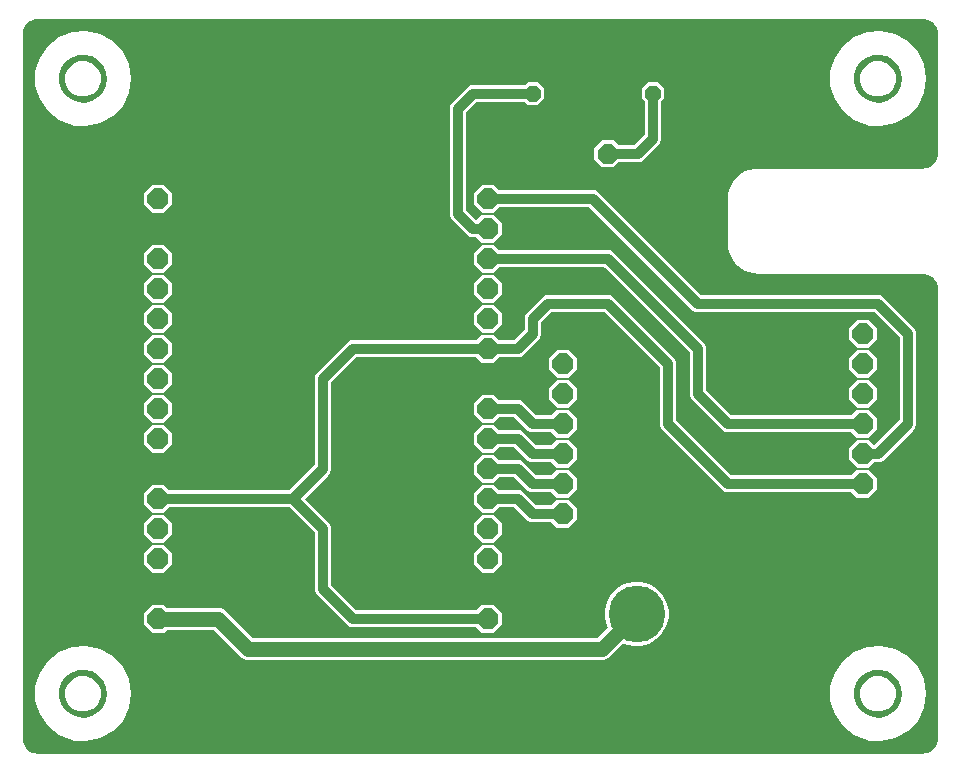
<source format=gbr>
G04 EAGLE Gerber RS-274X export*
G75*
%MOMM*%
%FSLAX34Y34*%
%LPD*%
%INBottom Copper*%
%IPPOS*%
%AMOC8*
5,1,8,0,0,1.08239X$1,22.5*%
G01*
%ADD10P,1.924489X8X22.500000*%
%ADD11P,1.924489X8X202.500000*%
%ADD12C,4.800000*%
%ADD13P,1.814519X8X202.500000*%
%ADD14P,1.429621X8X202.500000*%
%ADD15C,1.270000*%
%ADD16C,0.812800*%

G36*
X762000Y-5D02*
X762000Y-5D01*
X764206Y188D01*
X764207Y188D01*
X766345Y761D01*
X766345Y762D01*
X766346Y761D01*
X768352Y1697D01*
X768352Y1698D01*
X768353Y1697D01*
X770166Y2967D01*
X770166Y2968D01*
X770167Y2968D01*
X771732Y4533D01*
X771732Y4534D01*
X771733Y4534D01*
X773003Y6347D01*
X773003Y6348D01*
X773939Y8354D01*
X773938Y8355D01*
X773939Y8355D01*
X774512Y10493D01*
X774512Y10494D01*
X774522Y10613D01*
X774527Y10667D01*
X774552Y10946D01*
X774556Y11000D01*
X774585Y11333D01*
X774590Y11388D01*
X774615Y11666D01*
X774619Y11721D01*
X774648Y12054D01*
X774653Y12108D01*
X774682Y12441D01*
X774705Y12700D01*
X774705Y393700D01*
X774512Y395906D01*
X774512Y395907D01*
X773939Y398045D01*
X773938Y398045D01*
X773939Y398046D01*
X773003Y400052D01*
X773003Y400053D01*
X771733Y401866D01*
X771732Y401866D01*
X771732Y401867D01*
X770167Y403432D01*
X770166Y403432D01*
X770166Y403433D01*
X768353Y404703D01*
X768352Y404703D01*
X766346Y405639D01*
X766345Y405638D01*
X766345Y405639D01*
X764207Y406212D01*
X764206Y406212D01*
X762000Y406405D01*
X622300Y406405D01*
X622244Y406409D01*
X622175Y406414D01*
X622105Y406419D01*
X622036Y406424D01*
X621966Y406429D01*
X621897Y406434D01*
X621827Y406439D01*
X621758Y406444D01*
X621688Y406449D01*
X621619Y406454D01*
X621549Y406459D01*
X621480Y406464D01*
X621410Y406469D01*
X621341Y406474D01*
X621271Y406479D01*
X621202Y406484D01*
X621132Y406489D01*
X621063Y406493D01*
X620994Y406498D01*
X620993Y406498D01*
X620924Y406503D01*
X620855Y406508D01*
X620785Y406513D01*
X620716Y406518D01*
X620646Y406523D01*
X620577Y406528D01*
X620507Y406533D01*
X620438Y406538D01*
X620368Y406543D01*
X620299Y406548D01*
X620229Y406553D01*
X620160Y406558D01*
X620090Y406563D01*
X620021Y406568D01*
X619951Y406573D01*
X619882Y406578D01*
X619812Y406583D01*
X619743Y406588D01*
X619674Y406593D01*
X619673Y406593D01*
X619604Y406598D01*
X619535Y406603D01*
X619465Y406608D01*
X619396Y406613D01*
X619326Y406618D01*
X619257Y406623D01*
X619187Y406628D01*
X619118Y406633D01*
X619048Y406638D01*
X618979Y406643D01*
X618909Y406648D01*
X618840Y406652D01*
X618770Y406657D01*
X618701Y406662D01*
X618686Y406663D01*
X615145Y407434D01*
X611751Y408700D01*
X608571Y410436D01*
X605670Y412608D01*
X603108Y415170D01*
X600936Y418071D01*
X599200Y421251D01*
X597934Y424645D01*
X597163Y428186D01*
X596905Y431800D01*
X596905Y469900D01*
X596907Y469924D01*
X596910Y469964D01*
X596912Y470003D01*
X596913Y470018D01*
X596916Y470058D01*
X596919Y470098D01*
X596922Y470138D01*
X596925Y470177D01*
X596926Y470192D01*
X596928Y470217D01*
X596929Y470232D01*
X596932Y470272D01*
X596934Y470311D01*
X596937Y470351D01*
X596940Y470391D01*
X596941Y470406D01*
X596944Y470446D01*
X596947Y470485D01*
X596950Y470525D01*
X596953Y470565D01*
X596954Y470580D01*
X596956Y470619D01*
X596956Y470620D01*
X596959Y470659D01*
X596962Y470699D01*
X596965Y470739D01*
X596966Y470754D01*
X596969Y470793D01*
X596972Y470833D01*
X596975Y470873D01*
X596977Y470913D01*
X596980Y470952D01*
X596981Y470967D01*
X596984Y471007D01*
X596987Y471047D01*
X596990Y471087D01*
X596993Y471126D01*
X596994Y471141D01*
X596997Y471181D01*
X596999Y471221D01*
X597002Y471260D01*
X597002Y471261D01*
X597005Y471300D01*
X597006Y471315D01*
X597009Y471355D01*
X597012Y471395D01*
X597015Y471434D01*
X597018Y471474D01*
X597020Y471514D01*
X597021Y471529D01*
X597022Y471529D01*
X597024Y471569D01*
X597027Y471608D01*
X597030Y471648D01*
X597033Y471688D01*
X597034Y471703D01*
X597037Y471742D01*
X597040Y471782D01*
X597042Y471822D01*
X597045Y471862D01*
X597046Y471877D01*
X597049Y471916D01*
X597052Y471956D01*
X597055Y471996D01*
X597058Y472036D01*
X597061Y472075D01*
X597062Y472090D01*
X597064Y472130D01*
X597065Y472130D01*
X597064Y472130D01*
X597067Y472170D01*
X597070Y472209D01*
X597070Y472210D01*
X597073Y472249D01*
X597074Y472264D01*
X597077Y472304D01*
X597080Y472344D01*
X597083Y472383D01*
X597085Y472423D01*
X597087Y472438D01*
X597089Y472478D01*
X597092Y472518D01*
X597095Y472557D01*
X597098Y472597D01*
X597101Y472637D01*
X597102Y472652D01*
X597105Y472691D01*
X597105Y472692D01*
X597107Y472731D01*
X597108Y472731D01*
X597107Y472731D01*
X597110Y472771D01*
X597113Y472811D01*
X597114Y472826D01*
X597117Y472865D01*
X597120Y472905D01*
X597123Y472945D01*
X597126Y472985D01*
X597127Y473000D01*
X597130Y473039D01*
X597132Y473079D01*
X597135Y473119D01*
X597138Y473159D01*
X597141Y473198D01*
X597142Y473213D01*
X597145Y473253D01*
X597148Y473293D01*
X597150Y473332D01*
X597151Y473332D01*
X597150Y473332D01*
X597153Y473372D01*
X597154Y473387D01*
X597157Y473427D01*
X597160Y473467D01*
X597163Y473506D01*
X597163Y473514D01*
X597934Y477055D01*
X599200Y480449D01*
X600936Y483629D01*
X603108Y486530D01*
X605670Y489092D01*
X608571Y491264D01*
X611751Y493000D01*
X615145Y494266D01*
X618686Y495037D01*
X622300Y495295D01*
X762000Y495295D01*
X764206Y495488D01*
X764207Y495488D01*
X766345Y496061D01*
X766345Y496062D01*
X766346Y496061D01*
X768352Y496997D01*
X768352Y496998D01*
X768353Y496997D01*
X770166Y498267D01*
X770166Y498268D01*
X770167Y498268D01*
X771732Y499833D01*
X771732Y499834D01*
X771733Y499834D01*
X773003Y501647D01*
X773003Y501648D01*
X773939Y503654D01*
X773938Y503655D01*
X773939Y503655D01*
X774512Y505793D01*
X774512Y505794D01*
X774516Y505843D01*
X774521Y505898D01*
X774550Y506231D01*
X774555Y506285D01*
X774579Y506563D01*
X774584Y506618D01*
X774613Y506951D01*
X774618Y507006D01*
X774647Y507339D01*
X774676Y507671D01*
X774676Y507672D01*
X774681Y507726D01*
X774705Y508000D01*
X774705Y609600D01*
X774512Y611806D01*
X774512Y611807D01*
X773939Y613945D01*
X773938Y613945D01*
X773939Y613946D01*
X773003Y615952D01*
X773003Y615953D01*
X771733Y617766D01*
X771732Y617766D01*
X771732Y617767D01*
X770167Y619332D01*
X770166Y619332D01*
X770166Y619333D01*
X768353Y620603D01*
X768352Y620603D01*
X766346Y621539D01*
X766345Y621538D01*
X766345Y621539D01*
X764207Y622112D01*
X764206Y622112D01*
X762000Y622305D01*
X12700Y622305D01*
X10494Y622112D01*
X10493Y622112D01*
X8355Y621539D01*
X8355Y621538D01*
X8354Y621539D01*
X6348Y620603D01*
X6347Y620603D01*
X4534Y619333D01*
X4534Y619332D01*
X4533Y619332D01*
X2968Y617767D01*
X2968Y617766D01*
X2967Y617766D01*
X1697Y615953D01*
X1697Y615952D01*
X761Y613946D01*
X762Y613945D01*
X761Y613945D01*
X188Y611807D01*
X188Y611806D01*
X159Y611480D01*
X155Y611425D01*
X126Y611092D01*
X96Y610759D01*
X92Y610705D01*
X63Y610372D01*
X33Y610039D01*
X29Y609984D01*
X-1Y609651D01*
X-5Y609600D01*
X-5Y12700D01*
X188Y10494D01*
X188Y10493D01*
X761Y8355D01*
X762Y8355D01*
X761Y8354D01*
X1697Y6348D01*
X1698Y6348D01*
X1697Y6347D01*
X2967Y4534D01*
X2968Y4534D01*
X2968Y4533D01*
X4533Y2968D01*
X4534Y2968D01*
X4534Y2967D01*
X6347Y1697D01*
X6348Y1697D01*
X8354Y761D01*
X8355Y762D01*
X8355Y761D01*
X10493Y188D01*
X10494Y188D01*
X12700Y-5D01*
X762000Y-5D01*
X762000Y-5D01*
G37*
%LPC*%
G36*
X388777Y102415D02*
X388777Y102415D01*
X383952Y107239D01*
X383950Y107240D01*
X383949Y107241D01*
X277996Y107241D01*
X275401Y108315D01*
X248015Y135701D01*
X246941Y138296D01*
X246941Y187574D01*
X246939Y187576D01*
X246939Y187577D01*
X225677Y208839D01*
X225675Y208840D01*
X225674Y208841D01*
X124051Y208841D01*
X124049Y208839D01*
X124048Y208839D01*
X119223Y204015D01*
X109377Y204015D01*
X102415Y210977D01*
X102415Y220823D01*
X109377Y227785D01*
X119223Y227785D01*
X124048Y222961D01*
X124050Y222960D01*
X124051Y222959D01*
X225674Y222959D01*
X225676Y222961D01*
X225677Y222961D01*
X246939Y244223D01*
X246940Y244225D01*
X246941Y244226D01*
X246941Y318904D01*
X248015Y321499D01*
X250002Y323485D01*
X275401Y348885D01*
X277996Y349959D01*
X383949Y349959D01*
X383951Y349961D01*
X383952Y349961D01*
X388777Y354785D01*
X398623Y354785D01*
X403448Y349961D01*
X403450Y349960D01*
X403451Y349959D01*
X416174Y349959D01*
X416176Y349961D01*
X416177Y349961D01*
X424739Y358523D01*
X424739Y358524D01*
X424740Y358525D01*
X424741Y358526D01*
X424741Y369704D01*
X425815Y372299D01*
X440501Y386985D01*
X443096Y388059D01*
X496704Y388059D01*
X499299Y386985D01*
X552085Y334199D01*
X553159Y331604D01*
X553159Y282326D01*
X553161Y282324D01*
X553161Y282323D01*
X599823Y235661D01*
X599825Y235660D01*
X599826Y235659D01*
X701449Y235659D01*
X701451Y235661D01*
X701452Y235661D01*
X706277Y240485D01*
X716123Y240485D01*
X723085Y233523D01*
X723085Y223677D01*
X716123Y216715D01*
X706277Y216715D01*
X701452Y221539D01*
X701450Y221540D01*
X701449Y221541D01*
X595496Y221541D01*
X592901Y222615D01*
X540115Y275401D01*
X539041Y277996D01*
X539041Y327274D01*
X539039Y327276D01*
X539039Y327277D01*
X492377Y373939D01*
X492375Y373940D01*
X492374Y373941D01*
X447426Y373941D01*
X447424Y373939D01*
X447423Y373939D01*
X438861Y365377D01*
X438860Y365375D01*
X438859Y365374D01*
X438859Y354196D01*
X437785Y351601D01*
X423099Y336915D01*
X420504Y335841D01*
X403451Y335841D01*
X403449Y335839D01*
X403448Y335839D01*
X398623Y331015D01*
X388777Y331015D01*
X383952Y335839D01*
X383950Y335840D01*
X383949Y335841D01*
X282326Y335841D01*
X282324Y335839D01*
X282323Y335839D01*
X261061Y314577D01*
X261060Y314575D01*
X261059Y314574D01*
X261059Y239896D01*
X259985Y237301D01*
X257998Y235315D01*
X238587Y215904D01*
X238586Y215897D01*
X238587Y215897D01*
X238587Y215896D01*
X259985Y194499D01*
X261059Y191904D01*
X261059Y142626D01*
X261061Y142624D01*
X261061Y142623D01*
X282323Y121361D01*
X282325Y121360D01*
X282326Y121359D01*
X383949Y121359D01*
X383951Y121361D01*
X383952Y121361D01*
X388777Y126185D01*
X398623Y126185D01*
X405585Y119223D01*
X405585Y109377D01*
X398623Y102415D01*
X388777Y102415D01*
G37*
%LPD*%
%LPC*%
G36*
X188641Y79555D02*
X188641Y79555D01*
X185206Y80977D01*
X161231Y104953D01*
X161228Y104954D01*
X161227Y104955D01*
X121765Y104955D01*
X121763Y104953D01*
X121762Y104953D01*
X119223Y102415D01*
X109377Y102415D01*
X102415Y109377D01*
X102415Y119223D01*
X109377Y126185D01*
X119223Y126185D01*
X121762Y123647D01*
X121764Y123646D01*
X121765Y123645D01*
X166959Y123645D01*
X170394Y122223D01*
X194369Y98247D01*
X194372Y98246D01*
X194373Y98245D01*
X486427Y98245D01*
X486429Y98247D01*
X486431Y98247D01*
X495098Y106914D01*
X495098Y106916D01*
X495099Y106917D01*
X495098Y106918D01*
X495098Y106919D01*
X495099Y106920D01*
X494544Y107880D01*
X492705Y114746D01*
X492705Y121854D01*
X494544Y128720D01*
X498098Y134875D01*
X503125Y139902D01*
X509280Y143456D01*
X516146Y145295D01*
X523254Y145295D01*
X530120Y143456D01*
X536275Y139902D01*
X541302Y134875D01*
X544856Y128720D01*
X546695Y121854D01*
X546695Y114746D01*
X544856Y107880D01*
X541302Y101725D01*
X536275Y96698D01*
X530120Y93144D01*
X523254Y91305D01*
X516146Y91305D01*
X509280Y93144D01*
X508320Y93699D01*
X508316Y93698D01*
X508314Y93698D01*
X495594Y80977D01*
X492159Y79555D01*
X188641Y79555D01*
G37*
%LPD*%
%LPC*%
G36*
X706277Y242115D02*
X706277Y242115D01*
X699315Y249077D01*
X699315Y258923D01*
X706277Y265885D01*
X716123Y265885D01*
X720948Y261061D01*
X720950Y261060D01*
X720951Y261059D01*
X720974Y261059D01*
X720976Y261061D01*
X720977Y261061D01*
X742239Y282323D01*
X742240Y282325D01*
X742241Y282326D01*
X742241Y352674D01*
X742239Y352676D01*
X742239Y352677D01*
X720977Y373939D01*
X720975Y373940D01*
X720974Y373941D01*
X570096Y373941D01*
X567501Y375015D01*
X479677Y462839D01*
X479675Y462840D01*
X479674Y462841D01*
X403451Y462841D01*
X403449Y462839D01*
X403448Y462839D01*
X398623Y458015D01*
X388777Y458015D01*
X381815Y464977D01*
X381815Y474823D01*
X388777Y481785D01*
X398623Y481785D01*
X403448Y476961D01*
X403450Y476961D01*
X403450Y476960D01*
X403451Y476959D01*
X484004Y476959D01*
X486599Y475885D01*
X574423Y388061D01*
X574425Y388060D01*
X574426Y388059D01*
X725304Y388059D01*
X727899Y386985D01*
X755285Y359599D01*
X756359Y357004D01*
X756359Y277996D01*
X755285Y275401D01*
X753298Y273415D01*
X727899Y248015D01*
X725304Y246941D01*
X720951Y246941D01*
X720949Y246939D01*
X720948Y246939D01*
X716123Y242115D01*
X706277Y242115D01*
G37*
%LPD*%
%LPC*%
G36*
X706277Y267515D02*
X706277Y267515D01*
X701452Y272339D01*
X701450Y272340D01*
X701449Y272341D01*
X595496Y272341D01*
X592901Y273415D01*
X565515Y300801D01*
X564441Y303396D01*
X564441Y339974D01*
X564439Y339976D01*
X564439Y339977D01*
X492377Y412039D01*
X492375Y412040D01*
X492374Y412041D01*
X403451Y412041D01*
X403449Y412039D01*
X403448Y412039D01*
X398623Y407215D01*
X388777Y407215D01*
X381815Y414177D01*
X381815Y424023D01*
X388777Y430985D01*
X398623Y430985D01*
X403448Y426161D01*
X403450Y426160D01*
X403451Y426160D01*
X403451Y426159D01*
X496704Y426159D01*
X499299Y425085D01*
X577485Y346899D01*
X578559Y344304D01*
X578559Y307726D01*
X578561Y307724D01*
X578561Y307723D01*
X599823Y286461D01*
X599825Y286460D01*
X599826Y286459D01*
X701449Y286459D01*
X701451Y286461D01*
X701452Y286461D01*
X706277Y291285D01*
X716123Y291285D01*
X723085Y284323D01*
X723085Y274477D01*
X716123Y267515D01*
X706277Y267515D01*
G37*
%LPD*%
%LPC*%
G36*
X726843Y530986D02*
X726843Y530986D01*
X726776Y530990D01*
X726644Y531000D01*
X726578Y531005D01*
X726511Y531010D01*
X726445Y531015D01*
X726379Y531020D01*
X726312Y531025D01*
X726246Y531030D01*
X726180Y531035D01*
X726113Y531040D01*
X726047Y531045D01*
X725981Y531050D01*
X725915Y531055D01*
X725848Y531060D01*
X725782Y531065D01*
X725716Y531070D01*
X725649Y531075D01*
X725583Y531080D01*
X725517Y531085D01*
X725450Y531090D01*
X725384Y531095D01*
X725318Y531100D01*
X725252Y531105D01*
X725251Y531105D01*
X725185Y531110D01*
X725119Y531115D01*
X725053Y531120D01*
X724920Y531130D01*
X724854Y531135D01*
X724721Y531145D01*
X724655Y531149D01*
X724522Y531159D01*
X724456Y531164D01*
X724323Y531174D01*
X724257Y531179D01*
X724124Y531189D01*
X724058Y531194D01*
X723925Y531204D01*
X723859Y531209D01*
X723727Y531219D01*
X723660Y531224D01*
X723594Y531229D01*
X723528Y531234D01*
X723461Y531239D01*
X723395Y531244D01*
X723329Y531249D01*
X723262Y531254D01*
X723196Y531259D01*
X723130Y531264D01*
X723064Y531269D01*
X722997Y531274D01*
X722931Y531279D01*
X722865Y531284D01*
X722798Y531289D01*
X722732Y531294D01*
X722666Y531299D01*
X722599Y531304D01*
X722533Y531308D01*
X722467Y531313D01*
X722401Y531318D01*
X722334Y531323D01*
X722268Y531328D01*
X722202Y531333D01*
X722135Y531338D01*
X722069Y531343D01*
X722003Y531348D01*
X721936Y531353D01*
X721804Y531363D01*
X721738Y531368D01*
X721737Y531368D01*
X721605Y531378D01*
X721539Y531383D01*
X721406Y531393D01*
X721340Y531398D01*
X721207Y531408D01*
X721141Y531413D01*
X721008Y531423D01*
X720942Y531428D01*
X720809Y531438D01*
X720743Y531443D01*
X720610Y531453D01*
X720544Y531458D01*
X720478Y531463D01*
X720411Y531467D01*
X720345Y531472D01*
X720279Y531477D01*
X720213Y531482D01*
X720146Y531487D01*
X720080Y531492D01*
X720014Y531497D01*
X719947Y531502D01*
X719881Y531507D01*
X719815Y531512D01*
X719748Y531517D01*
X719682Y531522D01*
X719616Y531527D01*
X719550Y531532D01*
X719483Y531537D01*
X719417Y531542D01*
X719351Y531547D01*
X719284Y531552D01*
X719218Y531557D01*
X719152Y531562D01*
X719085Y531567D01*
X719019Y531572D01*
X718887Y531582D01*
X718820Y531587D01*
X718688Y531597D01*
X718621Y531602D01*
X718489Y531612D01*
X718422Y531617D01*
X718290Y531626D01*
X718224Y531631D01*
X718223Y531631D01*
X718091Y531641D01*
X718025Y531646D01*
X717892Y531656D01*
X717826Y531661D01*
X717693Y531671D01*
X717627Y531676D01*
X717561Y531681D01*
X717560Y531681D01*
X717494Y531686D01*
X717428Y531691D01*
X717362Y531696D01*
X717295Y531701D01*
X717229Y531706D01*
X717163Y531711D01*
X717096Y531716D01*
X717030Y531721D01*
X716964Y531726D01*
X716897Y531731D01*
X716831Y531736D01*
X716765Y531741D01*
X716699Y531746D01*
X716632Y531751D01*
X716566Y531756D01*
X716500Y531761D01*
X716433Y531766D01*
X716367Y531771D01*
X716301Y531776D01*
X716234Y531781D01*
X716168Y531785D01*
X716102Y531790D01*
X716036Y531795D01*
X715969Y531800D01*
X715903Y531805D01*
X715770Y531815D01*
X715704Y531820D01*
X715571Y531830D01*
X715505Y531835D01*
X715373Y531845D01*
X715306Y531850D01*
X715174Y531860D01*
X715107Y531865D01*
X714975Y531875D01*
X714908Y531880D01*
X714858Y531884D01*
X703582Y536309D01*
X694112Y543861D01*
X687289Y553869D01*
X683719Y565444D01*
X683719Y577556D01*
X687289Y589131D01*
X694112Y599139D01*
X703582Y606691D01*
X714858Y611116D01*
X726937Y612022D01*
X738746Y609326D01*
X749236Y603270D01*
X757474Y594391D01*
X762730Y583477D01*
X764535Y571500D01*
X762730Y559523D01*
X757474Y548609D01*
X749236Y539730D01*
X738746Y533674D01*
X726937Y530978D01*
X726843Y530986D01*
G37*
%LPD*%
%LPC*%
G36*
X53743Y530986D02*
X53743Y530986D01*
X53676Y530990D01*
X53544Y531000D01*
X53478Y531005D01*
X53411Y531010D01*
X53345Y531015D01*
X53279Y531020D01*
X53212Y531025D01*
X53146Y531030D01*
X53080Y531035D01*
X53013Y531040D01*
X52947Y531045D01*
X52881Y531050D01*
X52815Y531055D01*
X52748Y531060D01*
X52682Y531065D01*
X52616Y531070D01*
X52549Y531075D01*
X52483Y531080D01*
X52417Y531085D01*
X52350Y531090D01*
X52284Y531095D01*
X52218Y531100D01*
X52152Y531105D01*
X52151Y531105D01*
X52085Y531110D01*
X52019Y531115D01*
X51953Y531120D01*
X51820Y531130D01*
X51754Y531135D01*
X51621Y531145D01*
X51555Y531149D01*
X51422Y531159D01*
X51356Y531164D01*
X51223Y531174D01*
X51157Y531179D01*
X51024Y531189D01*
X50958Y531194D01*
X50825Y531204D01*
X50759Y531209D01*
X50627Y531219D01*
X50560Y531224D01*
X50494Y531229D01*
X50428Y531234D01*
X50361Y531239D01*
X50295Y531244D01*
X50229Y531249D01*
X50162Y531254D01*
X50096Y531259D01*
X50030Y531264D01*
X49964Y531269D01*
X49897Y531274D01*
X49831Y531279D01*
X49765Y531284D01*
X49698Y531289D01*
X49632Y531294D01*
X49566Y531299D01*
X49499Y531304D01*
X49433Y531308D01*
X49367Y531313D01*
X49301Y531318D01*
X49234Y531323D01*
X49168Y531328D01*
X49102Y531333D01*
X49035Y531338D01*
X48969Y531343D01*
X48903Y531348D01*
X48836Y531353D01*
X48704Y531363D01*
X48638Y531368D01*
X48637Y531368D01*
X48505Y531378D01*
X48439Y531383D01*
X48306Y531393D01*
X48240Y531398D01*
X48107Y531408D01*
X48041Y531413D01*
X47908Y531423D01*
X47842Y531428D01*
X47709Y531438D01*
X47643Y531443D01*
X47510Y531453D01*
X47444Y531458D01*
X47378Y531463D01*
X47311Y531467D01*
X47245Y531472D01*
X47179Y531477D01*
X47113Y531482D01*
X47046Y531487D01*
X46980Y531492D01*
X46914Y531497D01*
X46847Y531502D01*
X46781Y531507D01*
X46715Y531512D01*
X46648Y531517D01*
X46582Y531522D01*
X46516Y531527D01*
X46450Y531532D01*
X46383Y531537D01*
X46317Y531542D01*
X46251Y531547D01*
X46184Y531552D01*
X46118Y531557D01*
X46052Y531562D01*
X45985Y531567D01*
X45919Y531572D01*
X45787Y531582D01*
X45720Y531587D01*
X45588Y531597D01*
X45521Y531602D01*
X45389Y531612D01*
X45322Y531617D01*
X45190Y531626D01*
X45124Y531631D01*
X45123Y531631D01*
X44991Y531641D01*
X44925Y531646D01*
X44792Y531656D01*
X44726Y531661D01*
X44593Y531671D01*
X44527Y531676D01*
X44461Y531681D01*
X44460Y531681D01*
X44394Y531686D01*
X44328Y531691D01*
X44262Y531696D01*
X44195Y531701D01*
X44129Y531706D01*
X44063Y531711D01*
X43996Y531716D01*
X43930Y531721D01*
X43864Y531726D01*
X43797Y531731D01*
X43731Y531736D01*
X43665Y531741D01*
X43599Y531746D01*
X43532Y531751D01*
X43466Y531756D01*
X43400Y531761D01*
X43333Y531766D01*
X43267Y531771D01*
X43201Y531776D01*
X43134Y531781D01*
X43068Y531785D01*
X43002Y531790D01*
X42936Y531795D01*
X42869Y531800D01*
X42803Y531805D01*
X42670Y531815D01*
X42604Y531820D01*
X42471Y531830D01*
X42405Y531835D01*
X42273Y531845D01*
X42206Y531850D01*
X42074Y531860D01*
X42007Y531865D01*
X41875Y531875D01*
X41808Y531880D01*
X41758Y531884D01*
X30482Y536309D01*
X21012Y543861D01*
X14189Y553869D01*
X10619Y565444D01*
X10619Y577556D01*
X14189Y589131D01*
X21012Y599139D01*
X30483Y606691D01*
X41758Y611116D01*
X53837Y612022D01*
X65646Y609326D01*
X76136Y603270D01*
X84374Y594391D01*
X89630Y583477D01*
X91435Y571500D01*
X89630Y559523D01*
X84374Y548609D01*
X76136Y539730D01*
X65646Y533674D01*
X53837Y530978D01*
X53743Y530986D01*
G37*
%LPD*%
%LPC*%
G36*
X53811Y10280D02*
X53811Y10280D01*
X53745Y10285D01*
X53679Y10290D01*
X53612Y10295D01*
X53546Y10300D01*
X53480Y10305D01*
X53413Y10310D01*
X53347Y10315D01*
X53281Y10320D01*
X53214Y10325D01*
X53148Y10330D01*
X53082Y10335D01*
X53016Y10340D01*
X53015Y10340D01*
X52949Y10345D01*
X52883Y10350D01*
X52817Y10355D01*
X52750Y10360D01*
X52684Y10365D01*
X52618Y10370D01*
X52551Y10375D01*
X52485Y10380D01*
X52419Y10385D01*
X52353Y10390D01*
X52352Y10390D01*
X52286Y10395D01*
X52154Y10405D01*
X52087Y10410D01*
X51955Y10420D01*
X51888Y10424D01*
X51756Y10434D01*
X51689Y10439D01*
X51557Y10449D01*
X51491Y10454D01*
X51358Y10464D01*
X51292Y10469D01*
X51159Y10479D01*
X51093Y10484D01*
X50960Y10494D01*
X50894Y10499D01*
X50828Y10504D01*
X50761Y10509D01*
X50695Y10514D01*
X50629Y10519D01*
X50562Y10524D01*
X50496Y10529D01*
X50430Y10534D01*
X50363Y10539D01*
X50297Y10544D01*
X50231Y10549D01*
X50165Y10554D01*
X50098Y10559D01*
X50032Y10564D01*
X49966Y10569D01*
X49899Y10574D01*
X49833Y10579D01*
X49767Y10583D01*
X49700Y10588D01*
X49634Y10593D01*
X49568Y10598D01*
X49502Y10603D01*
X49501Y10603D01*
X49435Y10608D01*
X49369Y10613D01*
X49236Y10623D01*
X49170Y10628D01*
X49037Y10638D01*
X48971Y10643D01*
X48839Y10653D01*
X48838Y10653D01*
X48772Y10658D01*
X48640Y10668D01*
X48573Y10673D01*
X48441Y10683D01*
X48374Y10688D01*
X48242Y10698D01*
X48175Y10703D01*
X48043Y10713D01*
X47977Y10718D01*
X47910Y10723D01*
X47844Y10728D01*
X47778Y10733D01*
X47711Y10738D01*
X47645Y10742D01*
X47579Y10747D01*
X47512Y10752D01*
X47446Y10757D01*
X47380Y10762D01*
X47314Y10767D01*
X47247Y10772D01*
X47181Y10777D01*
X47115Y10782D01*
X47048Y10787D01*
X46982Y10792D01*
X46916Y10797D01*
X46849Y10802D01*
X46783Y10807D01*
X46717Y10812D01*
X46651Y10817D01*
X46584Y10822D01*
X46518Y10827D01*
X46452Y10832D01*
X46385Y10837D01*
X46319Y10842D01*
X46253Y10847D01*
X46120Y10857D01*
X46054Y10862D01*
X45921Y10872D01*
X45855Y10877D01*
X45722Y10887D01*
X45656Y10892D01*
X45523Y10901D01*
X45457Y10906D01*
X45325Y10916D01*
X45324Y10916D01*
X45258Y10921D01*
X45126Y10931D01*
X45059Y10936D01*
X44927Y10946D01*
X44860Y10951D01*
X44794Y10956D01*
X44728Y10961D01*
X44661Y10966D01*
X44595Y10971D01*
X44529Y10976D01*
X44463Y10981D01*
X44396Y10986D01*
X44330Y10991D01*
X44264Y10996D01*
X44197Y11001D01*
X44131Y11006D01*
X44065Y11011D01*
X43998Y11016D01*
X43932Y11021D01*
X43866Y11026D01*
X43800Y11031D01*
X43733Y11036D01*
X43667Y11041D01*
X43601Y11046D01*
X43534Y11051D01*
X43468Y11056D01*
X43402Y11060D01*
X43335Y11065D01*
X43203Y11075D01*
X43137Y11080D01*
X43004Y11090D01*
X42938Y11095D01*
X42805Y11105D01*
X42739Y11110D01*
X42606Y11120D01*
X42540Y11125D01*
X42407Y11135D01*
X42341Y11140D01*
X42208Y11150D01*
X42142Y11155D01*
X42009Y11165D01*
X41943Y11170D01*
X41877Y11175D01*
X41811Y11180D01*
X41810Y11180D01*
X41758Y11184D01*
X30482Y15609D01*
X21012Y23161D01*
X14189Y33169D01*
X10619Y44744D01*
X10619Y56856D01*
X14189Y68431D01*
X21012Y78439D01*
X30482Y85991D01*
X41758Y90416D01*
X53837Y91322D01*
X65646Y88626D01*
X76136Y82570D01*
X84374Y73691D01*
X89630Y62777D01*
X91435Y50800D01*
X89630Y38823D01*
X84374Y27909D01*
X76136Y19030D01*
X65646Y12974D01*
X53837Y10278D01*
X53811Y10280D01*
G37*
%LPD*%
%LPC*%
G36*
X726912Y10280D02*
X726912Y10280D01*
X726845Y10285D01*
X726779Y10290D01*
X726713Y10295D01*
X726646Y10300D01*
X726580Y10305D01*
X726514Y10310D01*
X726381Y10320D01*
X726315Y10325D01*
X726249Y10330D01*
X726248Y10330D01*
X726116Y10340D01*
X726050Y10345D01*
X725983Y10350D01*
X725917Y10355D01*
X725851Y10360D01*
X725784Y10365D01*
X725718Y10370D01*
X725652Y10375D01*
X725585Y10380D01*
X725519Y10385D01*
X725387Y10395D01*
X725320Y10400D01*
X725254Y10405D01*
X725121Y10415D01*
X725055Y10420D01*
X724989Y10424D01*
X724922Y10429D01*
X724856Y10434D01*
X724790Y10439D01*
X724724Y10444D01*
X724723Y10444D01*
X724657Y10449D01*
X724591Y10454D01*
X724525Y10459D01*
X724392Y10469D01*
X724326Y10474D01*
X724259Y10479D01*
X724127Y10489D01*
X724060Y10494D01*
X723994Y10499D01*
X723928Y10504D01*
X723862Y10509D01*
X723795Y10514D01*
X723729Y10519D01*
X723663Y10524D01*
X723596Y10529D01*
X723530Y10534D01*
X723397Y10544D01*
X723331Y10549D01*
X723265Y10554D01*
X723132Y10564D01*
X723066Y10569D01*
X723000Y10574D01*
X722933Y10579D01*
X722867Y10583D01*
X722801Y10588D01*
X722668Y10598D01*
X722602Y10603D01*
X722535Y10608D01*
X722403Y10618D01*
X722337Y10623D01*
X722270Y10628D01*
X722138Y10638D01*
X722071Y10643D01*
X722005Y10648D01*
X721939Y10653D01*
X721872Y10658D01*
X721806Y10663D01*
X721674Y10673D01*
X721607Y10678D01*
X721541Y10683D01*
X721408Y10693D01*
X721342Y10698D01*
X721276Y10703D01*
X721209Y10708D01*
X721143Y10713D01*
X721077Y10718D01*
X721010Y10723D01*
X720944Y10728D01*
X720878Y10733D01*
X720812Y10738D01*
X720679Y10747D01*
X720613Y10752D01*
X720546Y10757D01*
X720414Y10767D01*
X720347Y10772D01*
X720281Y10777D01*
X720215Y10782D01*
X720149Y10787D01*
X720082Y10792D01*
X720016Y10797D01*
X719950Y10802D01*
X719883Y10807D01*
X719817Y10812D01*
X719684Y10822D01*
X719618Y10827D01*
X719552Y10832D01*
X719419Y10842D01*
X719353Y10847D01*
X719287Y10852D01*
X719220Y10857D01*
X719154Y10862D01*
X719088Y10867D01*
X719021Y10872D01*
X718955Y10877D01*
X718889Y10882D01*
X718822Y10887D01*
X718690Y10897D01*
X718624Y10901D01*
X718557Y10906D01*
X718425Y10916D01*
X718358Y10921D01*
X718292Y10926D01*
X718226Y10931D01*
X718159Y10936D01*
X718093Y10941D01*
X718027Y10946D01*
X717961Y10951D01*
X717960Y10951D01*
X717894Y10956D01*
X717828Y10961D01*
X717695Y10971D01*
X717629Y10976D01*
X717563Y10981D01*
X717430Y10991D01*
X717364Y10996D01*
X717297Y11001D01*
X717231Y11006D01*
X717165Y11011D01*
X717099Y11016D01*
X716966Y11026D01*
X716900Y11031D01*
X716833Y11036D01*
X716701Y11046D01*
X716634Y11051D01*
X716568Y11056D01*
X716436Y11065D01*
X716435Y11065D01*
X716369Y11070D01*
X716303Y11075D01*
X716237Y11080D01*
X716170Y11085D01*
X716104Y11090D01*
X715971Y11100D01*
X715905Y11105D01*
X715839Y11110D01*
X715706Y11120D01*
X715640Y11125D01*
X715574Y11130D01*
X715441Y11140D01*
X715375Y11145D01*
X715308Y11150D01*
X715242Y11155D01*
X715176Y11160D01*
X715109Y11165D01*
X714977Y11175D01*
X714911Y11180D01*
X714910Y11180D01*
X714858Y11184D01*
X703582Y15609D01*
X694112Y23161D01*
X687289Y33169D01*
X683719Y44744D01*
X683719Y56856D01*
X687289Y68431D01*
X694112Y78439D01*
X703582Y85991D01*
X714858Y90416D01*
X726937Y91322D01*
X738746Y88626D01*
X749236Y82570D01*
X757474Y73691D01*
X762730Y62777D01*
X764535Y50800D01*
X762730Y38823D01*
X757474Y27909D01*
X749236Y19030D01*
X738746Y12974D01*
X726937Y10279D01*
X726912Y10280D01*
G37*
%LPD*%
%LPC*%
G36*
X388777Y432615D02*
X388777Y432615D01*
X383952Y437439D01*
X383950Y437440D01*
X383949Y437441D01*
X379596Y437441D01*
X377001Y438515D01*
X362315Y453201D01*
X361241Y455796D01*
X361241Y547504D01*
X362315Y550099D01*
X377001Y564785D01*
X379596Y565859D01*
X425282Y565859D01*
X425284Y565861D01*
X425285Y565861D01*
X427824Y568399D01*
X435776Y568399D01*
X441399Y562776D01*
X441399Y554824D01*
X435776Y549201D01*
X427824Y549201D01*
X425285Y551739D01*
X425283Y551740D01*
X425282Y551741D01*
X383926Y551741D01*
X383924Y551739D01*
X383923Y551739D01*
X375361Y543177D01*
X375361Y543176D01*
X375359Y543174D01*
X375359Y460126D01*
X375361Y460124D01*
X375361Y460123D01*
X383923Y451561D01*
X383925Y451560D01*
X383926Y451559D01*
X383949Y451559D01*
X383951Y451561D01*
X383952Y451561D01*
X388777Y456385D01*
X398623Y456385D01*
X405585Y449423D01*
X405585Y439577D01*
X398623Y432615D01*
X388777Y432615D01*
G37*
%LPD*%
%LPC*%
G36*
X490587Y496623D02*
X490587Y496623D01*
X483923Y503287D01*
X483923Y512713D01*
X490587Y519377D01*
X500013Y519377D01*
X504329Y515061D01*
X504332Y515060D01*
X504333Y515059D01*
X517774Y515059D01*
X517776Y515061D01*
X517777Y515061D01*
X526339Y523623D01*
X526340Y523625D01*
X526341Y523626D01*
X526341Y552282D01*
X526339Y552284D01*
X526339Y552285D01*
X523801Y554824D01*
X523801Y562776D01*
X529424Y568399D01*
X537376Y568399D01*
X542999Y562776D01*
X542999Y554824D01*
X540461Y552285D01*
X540461Y552283D01*
X540459Y552282D01*
X540459Y519296D01*
X539385Y516701D01*
X537398Y514715D01*
X526685Y504002D01*
X524699Y502015D01*
X522104Y500941D01*
X504333Y500941D01*
X504331Y500939D01*
X504329Y500939D01*
X500013Y496623D01*
X490587Y496623D01*
G37*
%LPD*%
%LPC*%
G36*
X452277Y267515D02*
X452277Y267515D01*
X447452Y272339D01*
X447450Y272340D01*
X447449Y272341D01*
X430396Y272341D01*
X427801Y273415D01*
X416177Y285039D01*
X416175Y285040D01*
X416174Y285041D01*
X403451Y285041D01*
X403449Y285039D01*
X403448Y285039D01*
X398623Y280215D01*
X388777Y280215D01*
X381815Y287177D01*
X381815Y297023D01*
X388777Y303985D01*
X398623Y303985D01*
X403448Y299161D01*
X403450Y299160D01*
X403451Y299159D01*
X420504Y299159D01*
X423099Y298085D01*
X434723Y286461D01*
X434725Y286460D01*
X434726Y286459D01*
X447449Y286459D01*
X447451Y286461D01*
X447452Y286461D01*
X452277Y291285D01*
X462123Y291285D01*
X469085Y284323D01*
X469085Y274477D01*
X462123Y267515D01*
X452277Y267515D01*
G37*
%LPD*%
%LPC*%
G36*
X452277Y242115D02*
X452277Y242115D01*
X447452Y246939D01*
X447450Y246940D01*
X447449Y246941D01*
X430396Y246941D01*
X427801Y248015D01*
X416177Y259639D01*
X416175Y259640D01*
X416174Y259641D01*
X403451Y259641D01*
X403449Y259639D01*
X403448Y259639D01*
X398623Y254815D01*
X388777Y254815D01*
X381815Y261777D01*
X381815Y271623D01*
X388777Y278585D01*
X398623Y278585D01*
X403448Y273761D01*
X403450Y273760D01*
X403451Y273759D01*
X420504Y273759D01*
X423099Y272685D01*
X434723Y261061D01*
X434725Y261060D01*
X434726Y261059D01*
X447449Y261059D01*
X447451Y261061D01*
X447452Y261061D01*
X452277Y265885D01*
X462123Y265885D01*
X469085Y258923D01*
X469085Y249077D01*
X462123Y242115D01*
X452277Y242115D01*
G37*
%LPD*%
%LPC*%
G36*
X452277Y191315D02*
X452277Y191315D01*
X447452Y196139D01*
X447450Y196140D01*
X447449Y196141D01*
X430396Y196141D01*
X427801Y197215D01*
X416177Y208839D01*
X416175Y208840D01*
X416174Y208841D01*
X403451Y208841D01*
X403449Y208839D01*
X403448Y208839D01*
X398623Y204015D01*
X388777Y204015D01*
X381815Y210977D01*
X381815Y220823D01*
X388777Y227785D01*
X398623Y227785D01*
X403448Y222961D01*
X403450Y222960D01*
X403451Y222959D01*
X420504Y222959D01*
X423099Y221885D01*
X434723Y210261D01*
X434725Y210260D01*
X434726Y210259D01*
X447449Y210259D01*
X447451Y210261D01*
X447452Y210261D01*
X452277Y215085D01*
X462123Y215085D01*
X469085Y208123D01*
X469085Y198277D01*
X462123Y191315D01*
X452277Y191315D01*
G37*
%LPD*%
%LPC*%
G36*
X452277Y216715D02*
X452277Y216715D01*
X447452Y221539D01*
X447450Y221540D01*
X447449Y221541D01*
X430396Y221541D01*
X427801Y222615D01*
X416177Y234239D01*
X416175Y234240D01*
X416174Y234241D01*
X403451Y234241D01*
X403449Y234239D01*
X403448Y234239D01*
X398623Y229415D01*
X388777Y229415D01*
X381815Y236377D01*
X381815Y246223D01*
X388777Y253185D01*
X398623Y253185D01*
X403448Y248361D01*
X403450Y248360D01*
X403451Y248359D01*
X420504Y248359D01*
X423099Y247285D01*
X434723Y235661D01*
X434725Y235660D01*
X434726Y235659D01*
X447449Y235659D01*
X447451Y235661D01*
X447452Y235661D01*
X452277Y240485D01*
X462123Y240485D01*
X469085Y233523D01*
X469085Y223677D01*
X462123Y216715D01*
X452277Y216715D01*
G37*
%LPD*%
G36*
X52319Y551233D02*
X52319Y551233D01*
X52320Y551232D01*
X58225Y552580D01*
X58225Y552581D01*
X58226Y552580D01*
X63472Y555609D01*
X63472Y555610D01*
X63473Y555610D01*
X67593Y560050D01*
X67593Y560051D01*
X67594Y560051D01*
X70222Y565508D01*
X70221Y565509D01*
X70222Y565510D01*
X71125Y571499D01*
X71124Y571500D01*
X71125Y571500D01*
X71124Y571500D01*
X71125Y571501D01*
X70222Y577490D01*
X70221Y577491D01*
X70222Y577492D01*
X67594Y582949D01*
X67593Y582949D01*
X67593Y582950D01*
X63473Y587390D01*
X63472Y587390D01*
X63472Y587391D01*
X58226Y590420D01*
X58225Y590419D01*
X58225Y590420D01*
X52320Y591768D01*
X52319Y591767D01*
X52318Y591768D01*
X52255Y591763D01*
X52189Y591758D01*
X52123Y591753D01*
X52122Y591753D01*
X52056Y591748D01*
X51990Y591743D01*
X51924Y591738D01*
X51857Y591733D01*
X51791Y591728D01*
X51725Y591724D01*
X51658Y591719D01*
X51592Y591714D01*
X51526Y591709D01*
X51460Y591704D01*
X51459Y591704D01*
X51393Y591699D01*
X51327Y591694D01*
X51261Y591689D01*
X51194Y591684D01*
X51128Y591679D01*
X51062Y591674D01*
X50995Y591669D01*
X50929Y591664D01*
X50863Y591659D01*
X50797Y591654D01*
X50796Y591654D01*
X50730Y591649D01*
X50664Y591644D01*
X50598Y591639D01*
X50531Y591634D01*
X50465Y591629D01*
X50399Y591624D01*
X50332Y591619D01*
X50266Y591614D01*
X50200Y591609D01*
X50134Y591604D01*
X50133Y591604D01*
X50067Y591599D01*
X50001Y591594D01*
X49935Y591589D01*
X49868Y591584D01*
X49802Y591579D01*
X49736Y591574D01*
X49669Y591569D01*
X49603Y591565D01*
X49537Y591560D01*
X49470Y591555D01*
X49404Y591550D01*
X49338Y591545D01*
X49272Y591540D01*
X49205Y591535D01*
X49139Y591530D01*
X49073Y591525D01*
X49006Y591520D01*
X48940Y591515D01*
X48874Y591510D01*
X48807Y591505D01*
X48741Y591500D01*
X48675Y591495D01*
X48609Y591490D01*
X48542Y591485D01*
X48476Y591480D01*
X48410Y591475D01*
X48343Y591470D01*
X48277Y591465D01*
X48211Y591460D01*
X48144Y591455D01*
X48078Y591450D01*
X48012Y591445D01*
X47946Y591440D01*
X47945Y591440D01*
X47879Y591435D01*
X47813Y591430D01*
X47747Y591425D01*
X47680Y591420D01*
X47614Y591415D01*
X47548Y591410D01*
X47481Y591406D01*
X47415Y591401D01*
X47349Y591396D01*
X47283Y591391D01*
X47282Y591391D01*
X47216Y591386D01*
X47150Y591381D01*
X47084Y591376D01*
X47017Y591371D01*
X46951Y591366D01*
X46885Y591361D01*
X46818Y591356D01*
X46752Y591351D01*
X46686Y591346D01*
X46620Y591341D01*
X46619Y591341D01*
X46553Y591336D01*
X46487Y591331D01*
X46421Y591326D01*
X46354Y591321D01*
X46288Y591316D01*
X46278Y591315D01*
X46277Y591315D01*
X40638Y589102D01*
X40638Y589101D01*
X40637Y589101D01*
X35901Y585325D01*
X35901Y585324D01*
X35900Y585324D01*
X32488Y580319D01*
X32488Y580318D01*
X30702Y574530D01*
X30703Y574529D01*
X30702Y574528D01*
X30702Y568472D01*
X30703Y568471D01*
X30702Y568470D01*
X32488Y562682D01*
X32489Y562682D01*
X32488Y562681D01*
X35900Y557676D01*
X35901Y557676D01*
X35901Y557675D01*
X40637Y553899D01*
X40638Y553899D01*
X40638Y553898D01*
X46277Y551685D01*
X46278Y551685D01*
X52318Y551232D01*
X52319Y551233D01*
G37*
G36*
X725419Y30533D02*
X725419Y30533D01*
X725420Y30532D01*
X731325Y31880D01*
X731325Y31881D01*
X731326Y31880D01*
X736572Y34909D01*
X736572Y34910D01*
X736573Y34910D01*
X740693Y39350D01*
X740693Y39351D01*
X740694Y39351D01*
X743322Y44808D01*
X743321Y44809D01*
X743322Y44810D01*
X744225Y50799D01*
X744224Y50800D01*
X744225Y50800D01*
X744224Y50800D01*
X744225Y50801D01*
X743322Y56790D01*
X743321Y56791D01*
X743322Y56792D01*
X740694Y62249D01*
X740693Y62249D01*
X740693Y62250D01*
X736573Y66690D01*
X736572Y66690D01*
X736572Y66691D01*
X731326Y69720D01*
X731325Y69719D01*
X731325Y69720D01*
X725420Y71068D01*
X725419Y71067D01*
X725418Y71068D01*
X725353Y71063D01*
X725287Y71058D01*
X725220Y71053D01*
X725154Y71048D01*
X725088Y71043D01*
X725022Y71038D01*
X725021Y71038D01*
X724955Y71033D01*
X724889Y71028D01*
X724823Y71023D01*
X724756Y71018D01*
X724690Y71013D01*
X724624Y71008D01*
X724557Y71003D01*
X724491Y70999D01*
X724425Y70994D01*
X724359Y70989D01*
X724358Y70989D01*
X724292Y70984D01*
X724226Y70979D01*
X724160Y70974D01*
X724093Y70969D01*
X724027Y70964D01*
X723961Y70959D01*
X723894Y70954D01*
X723828Y70949D01*
X723762Y70944D01*
X723696Y70939D01*
X723695Y70939D01*
X723629Y70934D01*
X723563Y70929D01*
X723497Y70924D01*
X723430Y70919D01*
X723364Y70914D01*
X723298Y70909D01*
X723231Y70904D01*
X723165Y70899D01*
X723099Y70894D01*
X723033Y70889D01*
X723032Y70889D01*
X722966Y70884D01*
X722900Y70879D01*
X722834Y70874D01*
X722767Y70869D01*
X722701Y70864D01*
X722635Y70859D01*
X722568Y70854D01*
X722502Y70849D01*
X722436Y70844D01*
X722369Y70840D01*
X722303Y70835D01*
X722237Y70830D01*
X722171Y70825D01*
X722104Y70820D01*
X722038Y70815D01*
X721972Y70810D01*
X721905Y70805D01*
X721839Y70800D01*
X721773Y70795D01*
X721706Y70790D01*
X721640Y70785D01*
X721574Y70780D01*
X721508Y70775D01*
X721441Y70770D01*
X721375Y70765D01*
X721309Y70760D01*
X721242Y70755D01*
X721176Y70750D01*
X721110Y70745D01*
X721043Y70740D01*
X720977Y70735D01*
X720911Y70730D01*
X720845Y70725D01*
X720778Y70720D01*
X720712Y70715D01*
X720646Y70710D01*
X720579Y70705D01*
X720513Y70700D01*
X720447Y70695D01*
X720380Y70690D01*
X720314Y70685D01*
X720248Y70681D01*
X720182Y70676D01*
X720181Y70676D01*
X720115Y70671D01*
X720049Y70666D01*
X719983Y70661D01*
X719916Y70656D01*
X719850Y70651D01*
X719784Y70646D01*
X719717Y70641D01*
X719651Y70636D01*
X719585Y70631D01*
X719519Y70626D01*
X719518Y70626D01*
X719452Y70621D01*
X719386Y70616D01*
X719378Y70615D01*
X719377Y70615D01*
X713738Y68402D01*
X713738Y68401D01*
X713737Y68401D01*
X709001Y64625D01*
X709001Y64624D01*
X709000Y64624D01*
X705588Y59619D01*
X705588Y59618D01*
X703802Y53830D01*
X703803Y53829D01*
X703802Y53828D01*
X703802Y47771D01*
X703803Y47771D01*
X703802Y47770D01*
X705588Y41982D01*
X705589Y41982D01*
X705588Y41981D01*
X709000Y36976D01*
X709001Y36976D01*
X709001Y36975D01*
X713737Y33199D01*
X713738Y33199D01*
X713738Y33198D01*
X719377Y30985D01*
X719378Y30985D01*
X725418Y30532D01*
X725419Y30533D01*
G37*
G36*
X52319Y30533D02*
X52319Y30533D01*
X52320Y30532D01*
X58225Y31880D01*
X58225Y31881D01*
X58226Y31880D01*
X63472Y34909D01*
X63472Y34910D01*
X63473Y34910D01*
X67593Y39350D01*
X67593Y39351D01*
X67594Y39351D01*
X70222Y44808D01*
X70221Y44809D01*
X70222Y44810D01*
X71125Y50799D01*
X71124Y50800D01*
X71125Y50800D01*
X71124Y50800D01*
X71125Y50801D01*
X70222Y56790D01*
X70221Y56791D01*
X70222Y56792D01*
X67594Y62249D01*
X67593Y62249D01*
X67593Y62250D01*
X63473Y66690D01*
X63472Y66690D01*
X63472Y66691D01*
X58226Y69720D01*
X58225Y69719D01*
X58225Y69720D01*
X52320Y71068D01*
X52319Y71067D01*
X52318Y71068D01*
X52253Y71063D01*
X52187Y71058D01*
X52120Y71053D01*
X52054Y71048D01*
X51988Y71043D01*
X51922Y71038D01*
X51921Y71038D01*
X51855Y71033D01*
X51789Y71028D01*
X51723Y71023D01*
X51656Y71018D01*
X51590Y71013D01*
X51524Y71008D01*
X51457Y71003D01*
X51391Y70999D01*
X51325Y70994D01*
X51259Y70989D01*
X51258Y70989D01*
X51192Y70984D01*
X51126Y70979D01*
X51060Y70974D01*
X50993Y70969D01*
X50927Y70964D01*
X50861Y70959D01*
X50794Y70954D01*
X50728Y70949D01*
X50662Y70944D01*
X50596Y70939D01*
X50595Y70939D01*
X50529Y70934D01*
X50463Y70929D01*
X50397Y70924D01*
X50330Y70919D01*
X50264Y70914D01*
X50198Y70909D01*
X50131Y70904D01*
X50065Y70899D01*
X49999Y70894D01*
X49933Y70889D01*
X49932Y70889D01*
X49866Y70884D01*
X49800Y70879D01*
X49734Y70874D01*
X49667Y70869D01*
X49601Y70864D01*
X49535Y70859D01*
X49468Y70854D01*
X49402Y70849D01*
X49336Y70844D01*
X49270Y70840D01*
X49269Y70840D01*
X49203Y70835D01*
X49137Y70830D01*
X49071Y70825D01*
X49004Y70820D01*
X48938Y70815D01*
X48872Y70810D01*
X48805Y70805D01*
X48739Y70800D01*
X48673Y70795D01*
X48607Y70790D01*
X48606Y70790D01*
X48540Y70785D01*
X48474Y70780D01*
X48408Y70775D01*
X48341Y70770D01*
X48275Y70765D01*
X48209Y70760D01*
X48142Y70755D01*
X48076Y70750D01*
X48010Y70745D01*
X47943Y70740D01*
X47877Y70735D01*
X47811Y70730D01*
X47745Y70725D01*
X47678Y70720D01*
X47612Y70715D01*
X47546Y70710D01*
X47479Y70705D01*
X47413Y70700D01*
X47347Y70695D01*
X47280Y70690D01*
X47214Y70685D01*
X47148Y70681D01*
X47082Y70676D01*
X47015Y70671D01*
X46949Y70666D01*
X46883Y70661D01*
X46816Y70656D01*
X46750Y70651D01*
X46684Y70646D01*
X46617Y70641D01*
X46551Y70636D01*
X46485Y70631D01*
X46419Y70626D01*
X46352Y70621D01*
X46286Y70616D01*
X46278Y70615D01*
X46277Y70615D01*
X40638Y68402D01*
X40638Y68401D01*
X40637Y68401D01*
X35901Y64625D01*
X35901Y64624D01*
X35900Y64624D01*
X32488Y59619D01*
X32488Y59618D01*
X30702Y53830D01*
X30703Y53829D01*
X30702Y53828D01*
X30702Y47771D01*
X30703Y47771D01*
X30702Y47770D01*
X32488Y41982D01*
X32489Y41982D01*
X32488Y41981D01*
X35900Y36976D01*
X35901Y36976D01*
X35901Y36975D01*
X40637Y33199D01*
X40638Y33199D01*
X40638Y33198D01*
X46277Y30985D01*
X46278Y30985D01*
X52318Y30532D01*
X52319Y30533D01*
G37*
G36*
X725419Y551233D02*
X725419Y551233D01*
X725420Y551232D01*
X731325Y552580D01*
X731325Y552581D01*
X731326Y552580D01*
X736572Y555609D01*
X736572Y555610D01*
X736573Y555610D01*
X740693Y560050D01*
X740693Y560051D01*
X740694Y560051D01*
X743322Y565508D01*
X743321Y565509D01*
X743322Y565510D01*
X744225Y571499D01*
X744224Y571500D01*
X744225Y571500D01*
X744224Y571500D01*
X744225Y571501D01*
X743322Y577490D01*
X743321Y577491D01*
X743322Y577492D01*
X740694Y582949D01*
X740693Y582949D01*
X740693Y582950D01*
X736573Y587390D01*
X736572Y587390D01*
X736572Y587391D01*
X731326Y590420D01*
X731325Y590419D01*
X731325Y590420D01*
X725420Y591768D01*
X725419Y591767D01*
X725418Y591768D01*
X725355Y591763D01*
X725289Y591758D01*
X725223Y591753D01*
X725222Y591753D01*
X725156Y591748D01*
X725090Y591743D01*
X725024Y591738D01*
X724957Y591733D01*
X724891Y591728D01*
X724825Y591724D01*
X724758Y591719D01*
X724692Y591714D01*
X724626Y591709D01*
X724560Y591704D01*
X724559Y591704D01*
X724493Y591699D01*
X724427Y591694D01*
X724361Y591689D01*
X724294Y591684D01*
X724228Y591679D01*
X724162Y591674D01*
X724095Y591669D01*
X724029Y591664D01*
X723963Y591659D01*
X723897Y591654D01*
X723896Y591654D01*
X723830Y591649D01*
X723764Y591644D01*
X723698Y591639D01*
X723631Y591634D01*
X723565Y591629D01*
X723499Y591624D01*
X723432Y591619D01*
X723366Y591614D01*
X723300Y591609D01*
X723234Y591604D01*
X723233Y591604D01*
X723167Y591599D01*
X723101Y591594D01*
X723035Y591589D01*
X722968Y591584D01*
X722902Y591579D01*
X722836Y591574D01*
X722769Y591569D01*
X722703Y591565D01*
X722637Y591560D01*
X722571Y591555D01*
X722570Y591555D01*
X722504Y591550D01*
X722438Y591545D01*
X722372Y591540D01*
X722305Y591535D01*
X722239Y591530D01*
X722173Y591525D01*
X722106Y591520D01*
X722040Y591515D01*
X721974Y591510D01*
X721907Y591505D01*
X721841Y591500D01*
X721775Y591495D01*
X721709Y591490D01*
X721642Y591485D01*
X721576Y591480D01*
X721510Y591475D01*
X721443Y591470D01*
X721377Y591465D01*
X721311Y591460D01*
X721244Y591455D01*
X721178Y591450D01*
X721112Y591445D01*
X721046Y591440D01*
X720979Y591435D01*
X720913Y591430D01*
X720847Y591425D01*
X720780Y591420D01*
X720714Y591415D01*
X720648Y591410D01*
X720581Y591406D01*
X720515Y591401D01*
X720449Y591396D01*
X720383Y591391D01*
X720316Y591386D01*
X720250Y591381D01*
X720184Y591376D01*
X720117Y591371D01*
X720051Y591366D01*
X719985Y591361D01*
X719918Y591356D01*
X719852Y591351D01*
X719786Y591346D01*
X719720Y591341D01*
X719653Y591336D01*
X719587Y591331D01*
X719521Y591326D01*
X719454Y591321D01*
X719388Y591316D01*
X719378Y591315D01*
X719377Y591315D01*
X713738Y589102D01*
X713738Y589101D01*
X713737Y589101D01*
X709001Y585325D01*
X709001Y585324D01*
X709000Y585324D01*
X705588Y580319D01*
X705588Y580318D01*
X703802Y574530D01*
X703803Y574529D01*
X703802Y574528D01*
X703802Y568471D01*
X703803Y568471D01*
X703802Y568470D01*
X705588Y562682D01*
X705589Y562682D01*
X705588Y562681D01*
X709000Y557676D01*
X709001Y557676D01*
X709001Y557675D01*
X713737Y553899D01*
X713738Y553899D01*
X713738Y553898D01*
X719377Y551685D01*
X719378Y551685D01*
X725418Y551232D01*
X725419Y551233D01*
G37*
%LPC*%
G36*
X47817Y556505D02*
X47817Y556505D01*
X42306Y558788D01*
X38088Y563006D01*
X35805Y568517D01*
X35805Y574483D01*
X38088Y579994D01*
X42306Y584212D01*
X47817Y586495D01*
X53783Y586495D01*
X59294Y584212D01*
X63512Y579994D01*
X65795Y574483D01*
X65795Y568517D01*
X63512Y563006D01*
X59294Y558788D01*
X53783Y556505D01*
X47817Y556505D01*
G37*
%LPD*%
%LPC*%
G36*
X720917Y556505D02*
X720917Y556505D01*
X715406Y558788D01*
X711188Y563006D01*
X708905Y568517D01*
X708905Y574483D01*
X711188Y579994D01*
X715406Y584212D01*
X720917Y586495D01*
X726883Y586495D01*
X732394Y584212D01*
X736612Y579994D01*
X738895Y574483D01*
X738895Y568517D01*
X736612Y563006D01*
X732394Y558788D01*
X726883Y556505D01*
X720917Y556505D01*
G37*
%LPD*%
%LPC*%
G36*
X47817Y35805D02*
X47817Y35805D01*
X42306Y38088D01*
X38088Y42306D01*
X35805Y47817D01*
X35805Y53783D01*
X38088Y59294D01*
X42306Y63512D01*
X47817Y65795D01*
X53783Y65795D01*
X59294Y63512D01*
X63512Y59294D01*
X65795Y53783D01*
X65795Y47817D01*
X63512Y42306D01*
X59294Y38088D01*
X53783Y35805D01*
X47817Y35805D01*
G37*
%LPD*%
%LPC*%
G36*
X720917Y35805D02*
X720917Y35805D01*
X715406Y38088D01*
X711188Y42306D01*
X708905Y47817D01*
X708905Y53783D01*
X711188Y59294D01*
X715406Y63512D01*
X720917Y65795D01*
X726883Y65795D01*
X732394Y63512D01*
X736612Y59294D01*
X738895Y53783D01*
X738895Y47817D01*
X736612Y42306D01*
X732394Y38088D01*
X726883Y35805D01*
X720917Y35805D01*
G37*
%LPD*%
%LPC*%
G36*
X706277Y292915D02*
X706277Y292915D01*
X699315Y299877D01*
X699315Y309723D01*
X706277Y316685D01*
X716123Y316685D01*
X723085Y309723D01*
X723085Y299877D01*
X716123Y292915D01*
X706277Y292915D01*
G37*
%LPD*%
%LPC*%
G36*
X452277Y292915D02*
X452277Y292915D01*
X445315Y299877D01*
X445315Y309723D01*
X452277Y316685D01*
X462123Y316685D01*
X469085Y309723D01*
X469085Y299877D01*
X462123Y292915D01*
X452277Y292915D01*
G37*
%LPD*%
%LPC*%
G36*
X706277Y318315D02*
X706277Y318315D01*
X699315Y325277D01*
X699315Y335123D01*
X706277Y342085D01*
X716123Y342085D01*
X723085Y335123D01*
X723085Y325277D01*
X716123Y318315D01*
X706277Y318315D01*
G37*
%LPD*%
%LPC*%
G36*
X109377Y280215D02*
X109377Y280215D01*
X102415Y287177D01*
X102415Y297023D01*
X109377Y303985D01*
X119223Y303985D01*
X126185Y297023D01*
X126185Y287177D01*
X119223Y280215D01*
X109377Y280215D01*
G37*
%LPD*%
%LPC*%
G36*
X109377Y331015D02*
X109377Y331015D01*
X102415Y337977D01*
X102415Y347823D01*
X109377Y354785D01*
X119223Y354785D01*
X126185Y347823D01*
X126185Y337977D01*
X119223Y331015D01*
X109377Y331015D01*
G37*
%LPD*%
%LPC*%
G36*
X109377Y254815D02*
X109377Y254815D01*
X102415Y261777D01*
X102415Y271623D01*
X109377Y278585D01*
X119223Y278585D01*
X126185Y271623D01*
X126185Y261777D01*
X119223Y254815D01*
X109377Y254815D01*
G37*
%LPD*%
%LPC*%
G36*
X706277Y343715D02*
X706277Y343715D01*
X699315Y350677D01*
X699315Y360523D01*
X706277Y367485D01*
X716123Y367485D01*
X723085Y360523D01*
X723085Y350677D01*
X716123Y343715D01*
X706277Y343715D01*
G37*
%LPD*%
%LPC*%
G36*
X109377Y356415D02*
X109377Y356415D01*
X102415Y363377D01*
X102415Y373223D01*
X109377Y380185D01*
X119223Y380185D01*
X126185Y373223D01*
X126185Y363377D01*
X119223Y356415D01*
X109377Y356415D01*
G37*
%LPD*%
%LPC*%
G36*
X388777Y356415D02*
X388777Y356415D01*
X381815Y363377D01*
X381815Y373223D01*
X388777Y380185D01*
X398623Y380185D01*
X405585Y373223D01*
X405585Y363377D01*
X398623Y356415D01*
X388777Y356415D01*
G37*
%LPD*%
%LPC*%
G36*
X109377Y178615D02*
X109377Y178615D01*
X102415Y185577D01*
X102415Y195423D01*
X109377Y202385D01*
X119223Y202385D01*
X126185Y195423D01*
X126185Y185577D01*
X119223Y178615D01*
X109377Y178615D01*
G37*
%LPD*%
%LPC*%
G36*
X388777Y153215D02*
X388777Y153215D01*
X381815Y160177D01*
X381815Y170023D01*
X388777Y176985D01*
X398623Y176985D01*
X405585Y170023D01*
X405585Y160177D01*
X398623Y153215D01*
X388777Y153215D01*
G37*
%LPD*%
%LPC*%
G36*
X109377Y153215D02*
X109377Y153215D01*
X102415Y160177D01*
X102415Y170023D01*
X109377Y176985D01*
X119223Y176985D01*
X126185Y170023D01*
X126185Y160177D01*
X119223Y153215D01*
X109377Y153215D01*
G37*
%LPD*%
%LPC*%
G36*
X109377Y381815D02*
X109377Y381815D01*
X102415Y388777D01*
X102415Y398623D01*
X109377Y405585D01*
X119223Y405585D01*
X126185Y398623D01*
X126185Y388777D01*
X119223Y381815D01*
X109377Y381815D01*
G37*
%LPD*%
%LPC*%
G36*
X452277Y318315D02*
X452277Y318315D01*
X445315Y325277D01*
X445315Y335123D01*
X452277Y342085D01*
X462123Y342085D01*
X469085Y335123D01*
X469085Y325277D01*
X462123Y318315D01*
X452277Y318315D01*
G37*
%LPD*%
%LPC*%
G36*
X388777Y381815D02*
X388777Y381815D01*
X381815Y388777D01*
X381815Y398623D01*
X388777Y405585D01*
X398623Y405585D01*
X405585Y398623D01*
X405585Y388777D01*
X398623Y381815D01*
X388777Y381815D01*
G37*
%LPD*%
%LPC*%
G36*
X109377Y407215D02*
X109377Y407215D01*
X102415Y414177D01*
X102415Y424023D01*
X109377Y430985D01*
X119223Y430985D01*
X126185Y424023D01*
X126185Y414177D01*
X119223Y407215D01*
X109377Y407215D01*
G37*
%LPD*%
%LPC*%
G36*
X109377Y458015D02*
X109377Y458015D01*
X102415Y464977D01*
X102415Y474823D01*
X109377Y481785D01*
X119223Y481785D01*
X126185Y474823D01*
X126185Y464977D01*
X119223Y458015D01*
X109377Y458015D01*
G37*
%LPD*%
%LPC*%
G36*
X109377Y305615D02*
X109377Y305615D01*
X102415Y312577D01*
X102415Y322423D01*
X109377Y329385D01*
X119223Y329385D01*
X126185Y322423D01*
X126185Y312577D01*
X119223Y305615D01*
X109377Y305615D01*
G37*
%LPD*%
%LPC*%
G36*
X388777Y178615D02*
X388777Y178615D01*
X381815Y185577D01*
X381815Y195423D01*
X388777Y202385D01*
X398623Y202385D01*
X405585Y195423D01*
X405585Y185577D01*
X398623Y178615D01*
X388777Y178615D01*
G37*
%LPD*%
D10*
X114300Y469900D03*
X114300Y444500D03*
X114300Y419100D03*
X114300Y393700D03*
X114300Y368300D03*
X114300Y342900D03*
X114300Y317500D03*
X114300Y292100D03*
X114300Y266700D03*
X114300Y241300D03*
X114300Y215900D03*
X114300Y190500D03*
X114300Y165100D03*
X114300Y139700D03*
X114300Y114300D03*
X393700Y114300D03*
X393700Y139700D03*
X393700Y165100D03*
X393700Y190500D03*
X393700Y215900D03*
X393700Y241300D03*
X393700Y266700D03*
X393700Y292100D03*
X393700Y317500D03*
X393700Y342900D03*
X393700Y368300D03*
X393700Y393700D03*
X393700Y419100D03*
X393700Y444500D03*
X393700Y469900D03*
D11*
X711200Y177800D03*
X711200Y203200D03*
X711200Y228600D03*
X711200Y254000D03*
X711200Y279400D03*
X711200Y304800D03*
X711200Y330200D03*
X711200Y355600D03*
X457200Y355600D03*
X457200Y330200D03*
X457200Y304800D03*
X457200Y279400D03*
X457200Y254000D03*
X457200Y228600D03*
X457200Y203200D03*
X457200Y177800D03*
D12*
X566700Y88300D03*
X519700Y118300D03*
X519700Y59300D03*
D13*
X495300Y508000D03*
X469900Y508000D03*
D14*
X533400Y558800D03*
X431800Y558800D03*
D15*
X165100Y114300D02*
X114300Y114300D01*
X165100Y114300D02*
X190500Y88900D01*
X490300Y88900D02*
X519700Y118300D01*
X490300Y88900D02*
X190500Y88900D01*
D16*
X393700Y342900D02*
X419100Y342900D01*
X431800Y355600D01*
X431800Y368300D01*
X444500Y381000D01*
X495300Y381000D01*
X546100Y330200D01*
X596900Y228600D02*
X711200Y228600D01*
X546100Y279400D02*
X546100Y330200D01*
X546100Y279400D02*
X596900Y228600D01*
X228600Y215900D02*
X114300Y215900D01*
X228600Y215900D02*
X254000Y190500D01*
X292100Y342900D02*
X393700Y342900D01*
X292100Y342900D02*
X279400Y342900D01*
X254000Y241300D02*
X228600Y215900D01*
X254000Y317500D02*
X279400Y342900D01*
X254000Y317500D02*
X254000Y241300D01*
X279400Y114300D02*
X393700Y114300D01*
X279400Y114300D02*
X254000Y139700D01*
X254000Y190500D01*
X711200Y254000D02*
X723900Y254000D01*
X749300Y279400D01*
X482600Y469900D02*
X393700Y469900D01*
X482600Y469900D02*
X571500Y381000D01*
X723900Y381000D02*
X749300Y355600D01*
X749300Y279400D01*
X723900Y381000D02*
X571500Y381000D01*
X495300Y419100D02*
X393700Y419100D01*
X571500Y342900D02*
X571500Y304800D01*
X596900Y279400D01*
X711200Y279400D01*
X571500Y342900D02*
X495300Y419100D01*
X457200Y279400D02*
X431800Y279400D01*
X419100Y292100D01*
X393700Y292100D01*
X419100Y266700D02*
X431800Y254000D01*
X419100Y266700D02*
X393700Y266700D01*
X431800Y254000D02*
X457200Y254000D01*
X457200Y228600D02*
X431800Y228600D01*
X419100Y241300D01*
X393700Y241300D01*
X431800Y203200D02*
X457200Y203200D01*
X431800Y203200D02*
X419100Y215900D01*
X393700Y215900D01*
X368300Y546100D02*
X381000Y558800D01*
X368300Y457200D02*
X381000Y444500D01*
X393700Y444500D01*
X381000Y558800D02*
X431800Y558800D01*
X368300Y546100D02*
X368300Y457200D01*
X520700Y508000D02*
X533400Y520700D01*
X520700Y508000D02*
X495300Y508000D01*
X533400Y520700D02*
X533400Y558800D01*
M02*

</source>
